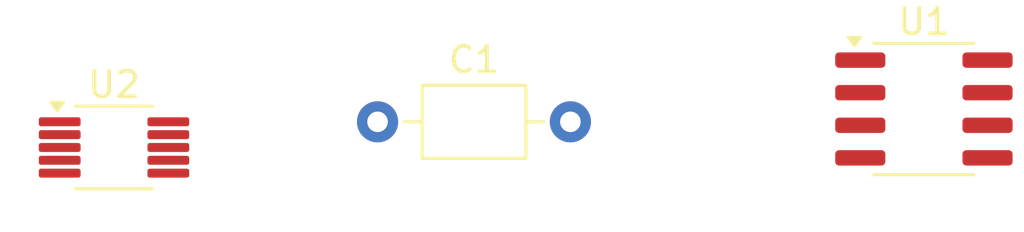
<source format=kicad_pcb>
(kicad_pcb (version 20240108) (generator "pcbnew") (generator_version "8.0")
  (layers (0 "F.Cu" signal) (31 "B.Cu" signal) (34 "B.Paste" user) (35 "F.Paste" user) (36 "B.SilkS" user "B.Silkscreen") (37 "F.SilkS" user "F.Silkscreen") (38 "B.Mask" user) (39 "F.Mask" user) (44 "Edge.Cuts" user))
  (net 0 "")
  (net 1 "Net-(U2-VOUT)")
  (net 2 "Net-(U1-+)")
  (footprint "Capacitor_THT:C_Axial_L3.8mm_D2.6mm_P7.50mm_Horizontal" (layer "F.Cu") (at 132.75 101.5)
    (property "Reference" "C1" (at 3.75 -2.42 0) (layer "F.SilkS"))
    (property "Value" "100nF")
    (fp_line (start 1.04 0) (end 1.73 0) (stroke (width 0.12)) (layer "F.SilkS"))
    (fp_line (start 1.73 -1.42) (end 1.73 1.42) (stroke (width 0.12)) (layer "F.SilkS"))
    (fp_line (start 1.73 1.42) (end 5.77 1.42) (stroke (width 0.12)) (layer "F.SilkS"))
    (fp_line (start 5.77 -1.42) (end 1.73 -1.42) (stroke (width 0.12)) (layer "F.SilkS"))
    (fp_line (start 5.77 1.42) (end 5.77 -1.42) (stroke (width 0.12)) (layer "F.SilkS"))
    (fp_line (start 6.46 0) (end 5.77 0) (stroke (width 0.12)) (layer "F.SilkS"))
    (pad "1" thru_hole circle (at 0 0) (size 1.6 1.6) (drill 0.8) (layers "*.Cu" "*.Mask") (net 1 "Net-(U2-VOUT)"))
    (pad "2" thru_hole oval (at 7.5 0) (size 1.6 1.6) (drill 0.8) (layers "*.Cu" "*.Mask") (net 2 "Net-(U1-+)"))
  )
  (footprint "Package_SO:MSOP-10_3x3mm_P0.5mm" (layer "F.Cu") (at 122.5 102.5)
    (property "Reference" "U2" (at 0 -2.45 0) (layer "F.SilkS"))
    (property "Value" "AD9833xRM")
    (fp_line (start 0 -1.61) (end -1.5 -1.61) (stroke (width 0.12)) (layer "F.SilkS"))
    (fp_line (start 0 -1.61) (end 1.5 -1.61) (stroke (width 0.12)) (layer "F.SilkS"))
    (fp_line (start 0 1.61) (end -1.5 1.61) (stroke (width 0.12)) (layer "F.SilkS"))
    (fp_line (start 0 1.61) (end 1.5 1.61) (stroke (width 0.12)) (layer "F.SilkS"))
    (fp_poly (pts (xy -2.2125 -1.435) (xy -2.4525 -1.765) (xy -1.9725 -1.765) (xy -2.2125 -1.435)) (stroke (width 0.12)) (fill solid) (layer "F.SilkS"))
    (pad "1" smd roundrect (at -2.1125 -1) (size 1.625 0.35) (layers "F.Cu" "F.Paste" "F.Mask"))
    (pad "2" smd roundrect (at -2.1125 -0.5) (size 1.625 0.35) (layers "F.Cu" "F.Paste" "F.Mask"))
    (pad "3" smd roundrect (at -2.1125 0) (size 1.625 0.35) (layers "F.Cu" "F.Paste" "F.Mask"))
    (pad "4" smd roundrect (at -2.1125 0.5) (size 1.625 0.35) (layers "F.Cu" "F.Paste" "F.Mask"))
    (pad "5" smd roundrect (at -2.1125 1) (size 1.625 0.35) (layers "F.Cu" "F.Paste" "F.Mask"))
    (pad "6" smd roundrect (at 2.1125 1) (size 1.625 0.35) (layers "F.Cu" "F.Paste" "F.Mask"))
    (pad "7" smd roundrect (at 2.1125 0.5) (size 1.625 0.35) (layers "F.Cu" "F.Paste" "F.Mask"))
    (pad "8" smd roundrect (at 2.1125 0) (size 1.625 0.35) (layers "F.Cu" "F.Paste" "F.Mask"))
    (pad "9" smd roundrect (at 2.1125 -0.5) (size 1.625 0.35) (layers "F.Cu" "F.Paste" "F.Mask"))
    (pad "10" smd roundrect (at 2.1125 -1) (size 1.625 0.35) (layers "F.Cu" "F.Paste" "F.Mask") (net 1 "Net-(U2-VOUT)"))
  )
  (footprint "Package_SO:SOIC-8_3.9x4.9mm_P1.27mm" (layer "F.Cu") (at 154 101)
    (property "Reference" "U1" (at 0 -3.4 0) (layer "F.SilkS"))
    (property "Value" "THS4631D")
    (fp_line (start 0 -2.56) (end -1.95 -2.56) (stroke (width 0.12)) (layer "F.SilkS"))
    (fp_line (start 0 -2.56) (end 1.95 -2.56) (stroke (width 0.12)) (layer "F.SilkS"))
    (fp_line (start 0 2.56) (end -1.95 2.56) (stroke (width 0.12)) (layer "F.SilkS"))
    (fp_line (start 0 2.56) (end 1.95 2.56) (stroke (width 0.12)) (layer "F.SilkS"))
    (fp_poly (pts (xy -2.7 -2.465) (xy -2.94 -2.795) (xy -2.46 -2.795) (xy -2.7 -2.465)) (stroke (width 0.12)) (fill solid) (layer "F.SilkS"))
    (pad "1" smd roundrect (at -2.475 -1.905) (size 1.95 0.6) (layers "F.Cu" "F.Paste" "F.Mask"))
    (pad "2" smd roundrect (at -2.475 -0.635) (size 1.95 0.6) (layers "F.Cu" "F.Paste" "F.Mask"))
    (pad "3" smd roundrect (at -2.475 0.635) (size 1.95 0.6) (layers "F.Cu" "F.Paste" "F.Mask") (net 2 "Net-(U1-+)"))
    (pad "4" smd roundrect (at -2.475 1.905) (size 1.95 0.6) (layers "F.Cu" "F.Paste" "F.Mask"))
    (pad "5" smd roundrect (at 2.475 1.905) (size 1.95 0.6) (layers "F.Cu" "F.Paste" "F.Mask"))
    (pad "6" smd roundrect (at 2.475 0.635) (size 1.95 0.6) (layers "F.Cu" "F.Paste" "F.Mask"))
    (pad "7" smd roundrect (at 2.475 -0.635) (size 1.95 0.6) (layers "F.Cu" "F.Paste" "F.Mask"))
    (pad "8" smd roundrect (at 2.475 -1.905) (size 1.95 0.6) (layers "F.Cu" "F.Paste" "F.Mask"))
  )
)
</source>
